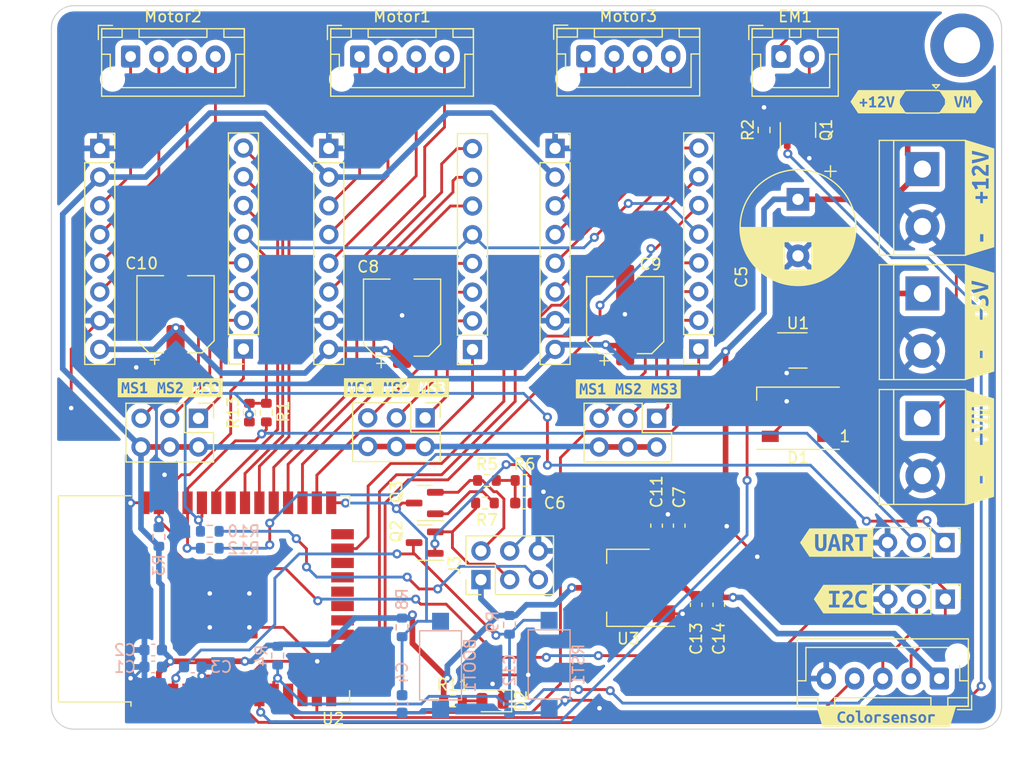
<source format=kicad_pcb>
(kicad_pcb (version 20211014) (generator pcbnew)
  (layers (0 "F.Cu" signal) (31 "B.Cu" signal) (34 "B.Paste" user) (35 "F.Paste" user) (36 "B.SilkS" user "B.Silkscreen") (37 "F.SilkS" user "F.Silkscreen") (38 "B.Mask" user) (39 "F.Mask" user) (44 "Edge.Cuts" user))
  (net 0 "")
  (net 1 "+5V")
  (net 2 "GND")
  (net 3 "+12V")
  (net 4 "/IO0")
  (net 5 "+3V3")
  (net 6 "/EN")
  (net 7 "Net-(C6-Pad2)")
  (net 9 "Net-(D1-Pad4)")
  (net 10 "Net-(D2-Pad2)")
  (net 11 "Net-(EM1-Pad2)")
  (net 12 "/UART_RX")
  (net 13 "/UART_TX")
  (net 14 "/SDA")
  (net 15 "/SCL")
  (net 16 "/DTR")
  (net 17 "/RTS")
  (net 18 "Net-(J3-Pad4)")
  (net 19 "Net-(J3-Pad5)")
  (net 20 "Net-(Motor1-Pad1)")
  (net 21 "Net-(Motor1-Pad2)")
  (net 22 "Net-(Motor1-Pad3)")
  (net 23 "Net-(Motor1-Pad4)")
  (net 24 "Net-(Motor2-Pad1)")
  (net 25 "Net-(Motor2-Pad2)")
  (net 26 "Net-(Motor2-Pad3)")
  (net 27 "Net-(Motor2-Pad4)")
  (net 28 "Net-(Motor3-Pad1)")
  (net 29 "Net-(Motor3-Pad2)")
  (net 30 "Net-(Motor3-Pad3)")
  (net 31 "Net-(Motor3-Pad4)")
  (net 32 "/EM_SWITCH")
  (net 33 "Net-(Q2-Pad1)")
  (net 34 "Net-(Q3-Pad1)")
  (net 35 "/UART_M")
  (net 36 "/MS1_A")
  (net 37 "/MS2_A")
  (net 38 "/MS3_A")
  (net 39 "/EN1")
  (net 40 "/SLP1")
  (net 41 "/STEP1")
  (net 42 "/DIR1")
  (net 43 "/MS1_B")
  (net 44 "/MS2_B")
  (net 45 "/MS3_B")
  (net 46 "/EN2")
  (net 47 "/SLP2")
  (net 48 "/STEP2")
  (net 49 "/DIR2")
  (net 50 "/MS1_C")
  (net 51 "/MS2_C")
  (net 52 "/MS3_C")
  (net 53 "/EN3")
  (net 54 "/SLP3")
  (net 55 "/STEP3")
  (net 56 "/DIR3")
  (net 58 "/LED_OUT3")
  (net 70 "Net-(+VEM_IN1-Pad1)")
  (net 71 "Net-(EM1-Pad1)")
  (net 72 "/LED")
  (footprint "Resistor_SMD:R_0603_1608Metric" (layer "F.Cu") (at 62.5 91 90)
    (fp_text reference "R13")
    (fp_text value "0")
  )
  (footprint "Connector_PinSocket_2.54mm:PinSocket_1x08_P2.54mm_Vertical" (layer "F.Cu") (at 61.975 85.375 180)
    (fp_text reference "SM2A1" hide)
    (fp_text value "1x8_2.54")
  )
  (footprint "Connector_PinSocket_2.54mm:PinSocket_1x08_P2.54mm_Vertical" (layer "F.Cu") (at 89.525 67.625)
    (fp_text reference "SM3B1" hide)
    (fp_text value "1x8_2.54")
  )
  (footprint "kibuzzard-6488F643" (layer "F.Cu") (at 75.5 88.8)
    (fp_text reference "kibuzzard-6488F643" hide)
    (fp_text value "G***" hide)
  )
  (footprint "Capacitor_SMD:CP_Elec_6.3x7.7" (layer "F.Cu") (at 55.975 82.3 90)
    (fp_text reference "C10")
    (fp_text value "47uF")
  )
  (footprint "Connector_PinHeader_2.54mm:PinHeader_2x03_P2.54mm_Vertical" (layer "F.Cu") (at 98.5 91.5 -90)
    (fp_text reference "SM3" hide)
    (fp_text value "2.54_3x2")
  )
  (footprint "Connector_JST:JST_XH_B5B-XH-AM_1x05_P2.50mm_Vertical" (layer "F.Cu") (at 123.5 114.525 180)
    (fp_text reference "J4" hide)
    (fp_text value "XH_01x05")
  )
  (footprint "Connector_PinSocket_2.54mm:PinSocket_1x08_P2.54mm_Vertical" (layer "F.Cu") (at 82.225 85.425 180)
    (fp_text reference "SM1A1" hide)
    (fp_text value "1x8_2.54")
  )
  (footprint "Resistor_SMD:R_0603_1608Metric" (layer "F.Cu") (at 64 91 90)
    (fp_text reference "R1")
    (fp_text value "0")
  )
  (footprint "RF_Module:ESP32-WROOM-32" (layer "F.Cu") (at 61.48 107.475 90)
    (fp_text reference "U2")
    (fp_text value "ESP32-WROOM-32")
  )
  (footprint "Resistor_SMD:R_0603_1608Metric" (layer "F.Cu") (at 108 66 90)
    (fp_text reference "R2")
    (fp_text value "10k")
  )
  (footprint "Resistor_SMD:R_0603_1608Metric" (layer "F.Cu") (at 83.325 99)
    (fp_text reference "R7")
    (fp_text value "10k")
  )
  (footprint "kibuzzard-6488F5F3" (layer "F.Cu") (at 114.4 102.5)
    (fp_text reference "kibuzzard-6488F5F3" hide)
    (fp_text value "G***" hide)
  )
  (footprint "Capacitor_SMD:C_0603_1608Metric" (layer "F.Cu") (at 102 108 -90)
    (fp_text reference "C13")
    (fp_text value "10uF")
  )
  (footprint "Connector_PinHeader_2.54mm:PinHeader_2x03_P2.54mm_Vertical" (layer "F.Cu") (at 78.04 91.46 -90)
    (fp_text reference "SM1" hide)
    (fp_text value "2.54_3x2")
  )
  (footprint "LED_SMD:LED_WS2812B_PLCC4_5.0x5.0mm_P3.2mm" (layer "F.Cu") (at 111 91.5 180)
    (fp_text reference "D1")
    (fp_text value "WS2812B")
  )
  (footprint "Jumper:SolderJumper-3_P1.3mm_Open_RoundedPad1.0x1.5mm" (layer "F.Cu") (at 122 63.5 180)
    (fp_text reference "JP1" hide)
    (fp_text value "Jumper_3_Open")
  )
  (footprint "Capacitor_SMD:C_0603_1608Metric" (layer "F.Cu") (at 104 108 -90)
    (fp_text reference "C14")
    (fp_text value "1uF")
  )
  (footprint "Connector_PinHeader_2.54mm:PinHeader_2x03_P2.54mm_Vertical" (layer "F.Cu") (at 58 91.5 -90)
    (fp_text reference "SM2" hide)
    (fp_text value "2.54_3x2")
  )
  (footprint "Connector_PinHeader_2.54mm:PinHeader_1x03_P2.54mm_Vertical" (layer "F.Cu") (at 124.025 107.5 -90)
    (fp_text reference "J2" hide)
    (fp_text value "Conn_01x03")
  )
  (footprint "Capacitor_SMD:C_0603_1608Metric" (layer "F.Cu") (at 100.5 101 90)
    (fp_text reference "C7")
    (fp_text value "1uF")
  )
  (footprint "kibuzzard-6488F773" (layer "F.Cu") (at 118.1 63.5)
    (fp_text reference "kibuzzard-6488F773" hide)
    (fp_text value "G***" hide)
  )
  (footprint "Connector_PinHeader_2.54mm:PinHeader_1x03_P2.54mm_Vertical" (layer "F.Cu") (at 124 102.5 -90)
    (fp_text reference "J1" hide)
    (fp_text value "Conn_01x03")
  )
  (footprint "MountingHole:MountingHole_3.2mm_M3_DIN965_Pad_TopBottom" (layer "F.Cu") (at 125.5 58.5)
    (fp_text reference "H1" hide)
    (fp_text value "MountingHole")
  )
  (footprint "LED_SMD:LED_0805_2012Metric" (layer "F.Cu") (at 84 116.5 180)
    (fp_text reference "D2")
    (fp_text value "LED")
  )
  (footprint "Connector_PinSocket_2.54mm:PinSocket_1x08_P2.54mm_Vertical" (layer "F.Cu") (at 69.525 67.625)
    (fp_text reference "SM1B1" hide)
    (fp_text value "1x8_2.54")
  )
  (footprint "kibuzzard-6488F506" (layer "F.Cu") (at 127.1 72 90)
    (fp_text reference "kibuzzard-6488F506" hide)
    (fp_text value "G***" hide)
  )
  (footprint "kibuzzard-6488F643" (layer "F.Cu") (at 96 88.9)
    (fp_text reference "kibuzzard-6488F643" hide)
    (fp_text value "G***" hide)
  )
  (footprint "Resistor_SMD:R_0603_1608Metric" (layer "F.Cu") (at 80.5 116.5)
    (fp_text reference "R11")
    (fp_text value "150R")
  )
  (footprint "Resistor_SMD:R_0603_1608Metric" (layer "F.Cu") (at 86.825 97)
    (fp_text reference "R6")
    (fp_text value "1k")
  )
  (footprint "Package_TO_SOT_SMD:SOT-223-3_TabPin2" (layer "F.Cu") (at 96 106.5 180)
    (fp_text reference "U3")
    (fp_text value "NCP1117-3.3_SOT223")
  )
  (footprint "kibuzzard-6488F768" (layer "F.Cu") (at 125.4 63.5)
    (fp_text reference "kibuzzard-6488F768" hide)
    (fp_text value "G***" hide)
  )
  (footprint "Connector_JST:JST_XH_B4B-XH-AM_1x04_P2.50mm_Vertical" (layer "F.Cu") (at 52 59.5)
    (fp_text reference "Motor2")
    (fp_text value "XH_1x4")
  )
  (footprint "Resistor_SMD:R_0603_1608Metric" (layer "F.Cu") (at 83.5 97)
    (fp_text reference "R5")
    (fp_text value "4.7k")
  )
  (footprint "Connector_PinSocket_2.54mm:PinSocket_1x08_P2.54mm_Vertical" (layer "F.Cu") (at 49.275 67.625)
    (fp_text reference "SM2B1" hide)
    (fp_text value "1x8_2.54")
  )
  (footprint "kibuzzard-6488F56C" (layer "F.Cu") (at 127.1 94.1 90)
    (fp_text reference "kibuzzard-6488F56C" hide)
    (fp_text value "G***" hide)
  )
  (footprint "Connector_PinHeader_2.54mm:PinHeader_2x03_P2.54mm_Vertical" (layer "F.Cu") (at 82.975 105.775 90)
    (fp_text reference "J3")
    (fp_text value "esp32_prog_conn_2x3_2.54")
  )
  (footprint "Package_TO_SOT_SMD:SOT-23" (layer "F.Cu") (at 78 99 180)
    (fp_text reference "Q3")
    (fp_text value "SS8050")
  )
  (footprint "Capacitor_SMD:C_0603_1608Metric" (layer "F.Cu") (at 98.5 101 90)
    (fp_text reference "C11")
    (fp_text value "10uF")
  )
  (footprint "TerminalBlock:TerminalBlock_bornier-2_P5.08mm" (layer "F.Cu") (at 122 80.46 -90)
    (fp_text reference "+5V_IN1" hide)
    (fp_text value "Screw_Terminal_01x02")
  )
  (footprint "Connector_PinSocket_2.54mm:PinSocket_1x08_P2.54mm_Vertical" (layer "F.Cu") (at 102.225 85.375 180)
    (fp_text reference "SM3A1" hide)
    (fp_text value "1x8_2.54")
  )
  (footprint "kibuzzard-6488F604" (layer "F.Cu") (at 115 107.5)
    (fp_text reference "kibuzzard-6488F604" hide)
    (fp_text value "G***" hide)
  )
  (footprint "Connector_JST:JST_XH_B4B-XH-AM_1x04_P2.50mm_Vertical" (layer "F.Cu") (at 92.25 59.475)
    (fp_text reference "Motor3")
    (fp_text value "XH_1x4")
  )
  (footprint "Connector_JST:JST_XH_B4B-XH-AM_1x04_P2.50mm_Vertical" (layer "F.Cu") (at 72.25 59.5)
    (fp_text reference "Motor1")
    (fp_text value "XH_1x4")
  )
  (footprint "Package_TO_SOT_SMD:SOT-23" (layer "F.Cu") (at 78 102.5 180)
    (fp_text reference "Q2")
    (fp_text value "SS8050")
  )
  (footprint "kibuzzard-6488F5C4" (layer "F.Cu") (at 118.8 117.9)
    (fp_text reference "kibuzzard-6488F5C4" hide)
    (fp_text value "G***" hide)
  )
  (footprint "Capacitor_SMD:C_0603_1608Metric" (layer "F.Cu") (at 86.775 99 180)
    (fp_text reference "C6")
    (fp_text value "22uF")
  )
  (footprint "Capacitor_SMD:CP_Elec_6.3x7.7" (layer "F.Cu") (at 95.725 82.375 90)
    (fp_text reference "C9")
    (fp_text value "47uF")
  )
  (footprint "TerminalBlock:TerminalBlock_bornier-2_P5.08mm" (layer "F.Cu") (at 122 69.46 -90)
    (fp_text reference "+12V_IN1" hide)
    (fp_text value "Screw_Terminal_01x02")
  )
  (footprint "Package_TO_SOT_SMD:SOT-23-5" (layer "F.Cu") (at 111 85.5)
    (fp_text reference "U1")
    (fp_text value "SN74LV1T34DBV")
  )
  (footprint "Package_TO_SOT_SMD:SOT-23" (layer "F.Cu") (at 111 66 90)
    (fp_text reference "Q1")
    (fp_text value "Q_NMOS_GSD")
  )
  (footprint "Capacitor_SMD:CP_Elec_6.3x7.7" (layer "F.Cu") (at 76 82.6 90)
    (fp_text reference "C8")
    (fp_text value "47uF")
  )
  (footprint "TerminalBlock:TerminalBlock_bornier-2_P5.08mm" (layer "F.Cu") (at 122 91.5 -90)
    (fp_text reference "+VEM_IN1" hide)
    (fp_text value "Screw_Terminal_01x02")
  )
  (footprint "kibuzzard-6488F556" (layer "F.Cu") (at 127.1 83 90)
    (fp_text reference "kibuzzard-6488F556" hide)
    (fp_text value "G***" hide)
  )
  (footprint "kibuzzard-6488F643" (layer "F.Cu") (at 55.5 88.8)
    (fp_text reference "kibuzzard-6488F643" hide)
    (fp_text value "G***" hide)
  )
  (footprint "Connector_JST:JST_XH_B2B-XH-AM_1x02_P2.50mm_Vertical" (layer "F.Cu") (at 109.5 59.5)
    (fp_text reference "EM1")
    (fp_text value "XH_1x2")
  )
  (footprint "Capacitor_THT:CP_Radial_D10.0mm_P5.00mm" (layer "F.Cu") (at 111 72.132323 -90)
    (fp_text reference "C5")
    (fp_text value "1000uF")
  )
  (footprint "Capacitor_SMD:C_0603_1608Metric" (layer "B.Cu") (at 54 112 180)
    (fp_text reference "C2")
    (fp_text value "1uF")
  )
  (footprint "Resistor_SMD:R_0603_1608Metric" (layer "B.Cu") (at 76 110 -90)
    (fp_text reference "R8")
    (fp_text value "10k")
  )
  (footprint "Capacitor_SMD:C_0603_1608Metric" (layer "B.Cu") (at 54 113.5 180)
    (fp_text reference "C1")
    (fp_text value "22uF")
  )
  (footprint "Resistor_SMD:R_0603_1608Metric" (layer "B.Cu") (at 54.5 102 90)
    (fp_text reference "R3")
    (fp_text value "4.7k")
  )
  (footprint "Capacitor_SMD:C_0603_1608Metric" (layer "B.Cu") (at 75.999999 116.775 90)
    (fp_text reference "C4")
    (fp_text value "DNP(0.1uF)")
  )
  (footprint "Capacitor_SMD:C_0603_1608Metric" (layer "B.Cu") (at 57.5 113.5)
    (fp_text reference "C3")
    (fp_text value "1uF")
  )
  (footprint "Button_Switch_SMD:SW_SPST_CK_RS282G05A3" (layer "B.Cu") (at 88.999999 113.275 90)
    (fp_text reference "RST1")
    (fp_text value "SW_Push")
  )
  (footprint "Resistor_SMD:R_0603_1608Metric" (layer "B.Cu") (at 59 101.5)
    (fp_text reference "R10")
    (fp_text value "0")
  )
  (footprint "Resistor_SMD:R_0603_1608Metric" (layer "B.Cu") (at 59 103 180)
    (fp_text reference "R12")
    (fp_text value "0")
  )
  (footprint "Resistor_SMD:R_0603_1608Metric" (layer "B.Cu") (at 85.499999 109.775 -90)
    (fp_text reference "R9")
    (fp_text value "10k")
  )
  (footprint "Button_Switch_SMD:SW_SPST_CK_RS282G05A3" (layer "B.Cu") (at 79.399999 113.36 90)
    (fp_text reference "BOOT1")
    (fp_text value "SW_Push")
  )
  (footprint "Resistor_SMD:R_0603_1608Metric" (layer "B.Cu") (at 65 112.5 -90)
    (fp_text reference "R4")
    (fp_text value "4.7k")
  )
  (footprint "Capacitor_SMD:C_0603_1608Metric" (layer "B.Cu") (at 85.499999 116.774999 90)
    (fp_text reference "C12")
    (fp_text value "DNP(0.1uF)")
  )
  (gr_line (start 45 117) (end 45 57) (layer "Edge.Cuts") (width 0.1))
  (gr_arc (start 129 117) (mid 128.414214 118.414214) (end 127 119) (layer "Edge.Cuts") (width 0.1))
  (gr_arc (start 45 57) (mid 45.585786 55.585786) (end 47 55) (layer "Edge.Cuts") (width 0.1))
  (gr_arc (start 47 119) (mid 45.585786 118.414214) (end 45 117) (layer "Edge.Cuts") (width 0.1))
  (gr_arc (start 127 55) (mid 128.414214 55.585786) (end 129 57) (layer "Edge.Cuts") (width 0.1))
  (gr_line (start 129 57) (end 129 117) (layer "Edge.Cuts") (width 0.1))
  (gr_line (start 47 55) (end 127 55) (layer "Edge.Cuts") (width 0.1))
  (gr_line (start 127 119) (end 47 119) (layer "Edge.Cuts") (width 0.1))
  (segment (start 116.2275 90.3225) (end 116.2275 80.46) (width 0.5) (layer "F.Cu") (net 1))
  (segment (start 116.2275 80.46) (end 122 80.46) (width 0.5) (layer "F.Cu") (net 1))
  (segment (start 113.45 93.1) (end 116.2275 90.3225) (width 0.5) (layer "F.Cu") (net 1))
  (segment (start 112.1375 84.55) (end 116.2275 80.46) (width 0.5) (layer "F.Cu") (net 1))
  (segment (start 53.825 80.675) (end 51.635 82.865) (width 0.25) (layer "F.Cu") (net 2))
  (segment (start 104 108.775) (end 102 108.775) (width 0.25) (layer "F.Cu") (net 2))
  (segment (start 63.8 113) (end 68.5 113) (width 0.25) (layer "F.Cu") (net 2))
  (segment (start 95.725 82.275) (end 95.7 82.3) (width 0.25) (layer "F.Cu") (net 2))
  (segment (start 109.8625 87.3625) (end 110 87.5) (width 0.25) (layer "F.Cu") (net 2))
  (segment (start 68.69 113.19) (end 68.5 113) (width 0.25) (layer "F.Cu") (net 2))
  (segment (start 53.225 98.975) (end 52.025 98.975) (width 0.25) (layer "F.Cu") (net 2))
  (segment (start 87.55 98.95) (end 88.5 98) (width 0.25) (layer "F.Cu") (net 2))
  (segment (start 102 108.775) (end 101.975 108.8) (width 0.25) (layer "F.Cu") (net 2))
  (segment (start 84.8 114.2) (end 87.15 114.2) (width 0.25) (layer "F.Cu") (net 2))
  (segment (start 100.8 108.8) (end 100.7 108.8) (width 0.25) (layer "F.Cu") (net 2))
  (segment (start 46.75 85.39) (end 46.75 90.6) (width 0.25) (layer "F.Cu") (net 2))
  (segment (start 62.5 114.3) (end 63.8 113) (width 0.25) (layer "F.Cu") (net 2))
  (segment (start 49.275 82.865) (end 46.75 85.39) (width 0.25) (layer "F.Cu") (net 2))
  (segment (start 55.975 80.675) (end 53.825 80.675) (width 0.25) (layer "F.Cu") (net 2))
  (segment (start 68.5 113) (end 65.5 110) (width 0.25) (layer "F.Cu") (net 2))
  (segment (start 53.225 115.725) (end 52 114.5) (width 0.25) (layer "F.Cu") (net 2))
  (segment (start 101.975 108.8) (end 100.8 108.8) (width 0.25) (layer "F.Cu") (net 2))
  (segment (start 92.75 116.45) (end 93.45 117.15) (width 0.25) (layer "F.Cu") (net 2))
  (segment (start 109.8625 86.45) (end 109.8625 87.3625) (width 0.25) (layer "F.Cu") (net 2))
  (segment (start 98.5 100.225) (end 99.275 100.225) (width 0.25) (layer "F.Cu") (net 2))
  (segment (start 108.55 89.9) (end 109.9 89.9) (width 0.25) (layer "F.Cu") (net 2))
  (segment (start 111.95 66.9375) (end 111.95 68.45) (width 0.25) (layer "F.Cu") (net 2))
  (segment (start 111.95 68.45) (end 112 68.5) (width 0.25) (layer "F.Cu") (net 2))
  (segment (start 100.7 108.8) (end 99.15 108.8) (width 0.25) (layer "F.Cu") (net 2))
  (segment (start 53.225 115.975) (end 53.225 115.725) (width 0.25) (layer "F.Cu") (net 2))
  (segment (start 84 115) (end 84.8 114.2) (width 0.25) (layer "F.Cu") (net 2))
  (segment (start 90.4 116.45) (end 92.75 116.45) (width 0.25) (layer "F.Cu") (net 2))
  (segment (start 84.9375 116.5) (end 84.9375 115.9375) (width 0.25) (layer "F.Cu") (net 2))
  (segment (start 70.735 113.19) (end 68.69 113.19) (width 0.25) (layer "F.Cu") (net 2))
  (segment (start 51.635 82.865) (end 49.275 82.865) (width 0.25) (layer "F.Cu") (net 2))
  (segment (start 58.3 114.3) (end 62.5 114.3) (width 0.25) (layer "F.Cu") (net 2))
  (segment (start 65.5 110) (end 62.5 110) (width 0.25) (layer "F.Cu") (net 2))
  (segment (start 84.9375 115.9375) (end 84 115) (width 0.25) (layer "F.Cu") (net 2))
  (segment (start 95.725 79.675) (end 95.725 82.275) (width 0.25) (layer "F.Cu") (net 2))
  (segment (start 104.7 101.05) (end 107.4 103.75) (width 0.25) (layer "F.Cu") (net 2))
  (segment (start 108 65.175) (end 108 64) (width 0.25) (layer "F.Cu") (net 2))
  (segment (start 99.725 100.225) (end 99.5 100) (width 0.25) (layer "F.Cu") (net 2))
  (segment (start 99.275 100.225) (end 99.5 100) (width 0.25) (layer "F.Cu") (net 2))
  (segment (start 109.9 89.9) (end 110 90) (width 0.25) (layer "F.Cu") (net 2))
  (segment (start 52.025 98.975) (end 52 99) (width 0.25) (layer "F.Cu") (net 2))
  (segment (start 76 79.9) (end 76 82.4) (width 0.25) (layer "F.Cu") (net 2))
  (segment (start 87.55 99) (end 87.55 98.95) (width 0.25) (layer "F.Cu") (net 2))
  (segment (start 100.5 100.225) (end 99.725 100.225) (width 0.25) (layer "F.Cu") (net 2))
  (via (at 90.4 116.45) (size 0.8) (drill 0.4) (layers "F.Cu" "B.Cu") (net 2))
  (via (at 59 107) (size 0.8) (drill 0.4) (layers "F.Cu" "B.Cu") (net 2))
  (via (at 68.5 113) (size 0.8) (drill 0.4) (layers "F.Cu" "B.Cu") (net 2))
  (via (at 87.15 114.2) (size 0.8) (drill 0.4) (layers "F.Cu" "B.Cu") (net 2))
  (via (at 58.3 114.3) (size 0.8) (drill 0.4) (layers "F.Cu" "B.Cu") (net 2))
  (via (at 95.7 82.3) (size 0.8) (drill 0.4) (layers "F.Cu" "B.Cu") (net 2))
  (via (at 93.45 117.15) (size 0.8) (drill 0.4) (layers "F.Cu" "B.Cu") (net 2))
  (via (at 52 99) (size 0.8) (drill 0.4) (layers "F.Cu" "B.Cu") (net 2))
  (via (at 99.5 100) (size 0.8) (drill 0.4) (layers "F.Cu" "B.Cu") (net 2))
  (via (at 62.5 107) (size 0.8) (drill 0.4) (layers "F.Cu" "B.Cu") (net 2))
  (via (at 55 96.5) (size 0.8) (drill 0.4) (layers "F.Cu" "B.Cu") (net 2))
  (via (at 84 115) (size 0.8) (drill 0.4) (layers "F.Cu" "B.Cu") (net 2))
  (via (at 46.75 90.6) (size 0.8) (drill 0.4) (layers "F.Cu" "B.Cu") (net 2))
  (via (at 110 90) (size 0.8) (drill 0.4) (layers "F.Cu" "B.Cu") (net 2))
  (via (at 88.5 98) (size 0.8) (drill 0.4) (layers "F.Cu" "B.Cu") (net 2))
  (via (at 62.5 110) (size 0.8) (drill 0.4) (layers "F.Cu" "B.Cu") (net 2))
  (via (at 108 64) (size 0.8) (drill 0.4) (layers "F.Cu" "B.Cu") (net 2))
  (via (at 110 87.5) (size 0.8) (drill 0.4) (layers "F.Cu" "B.Cu") (net 2))
  (via (at 76 82.4) (size 0.8) (drill 0.4) (layers "F.Cu" "B.Cu") (net 2))
  (via (at 52 114.5) (size 0.8) (drill 0.4) (layers "F.Cu" "B.Cu") (net 2))
  (via (at 112 68.5) (size 0.8) (drill 0.4) (layers "F.Cu" "B.Cu") (net 2))
  (via (at 52.5 87) (size 0.8) (drill 0.4) (layers "F.Cu" "B.Cu") (net 2))
  (via (at 59 110) (size 0.8) (drill 0.4) (layers "F.Cu" "B.Cu") (net 2))
  (via (at 107.4 103.75) (size 0.8) (drill 0.4) (layers "F.Cu" "B.Cu") (net 2))
  (via (at 104.7 101.05) (size 0.8) (drill 0.4) (layers "F.Cu" "B.Cu") (net 2))
  (via (at 100.8 108.8) (size 0.8) (drill 0.4) (layers "F.Cu" "B.Cu") (net 2))
  (segment (start 89.675 117.175) (end 90.4 116.45) (width 0.25) (layer "B.Cu") (net 2))
  (segment (start 53 87) (end 52.5 87) (width 0.25) (layer "B.Cu") (net 2))
  (segment (start 54.285489 88.285489) (end 53.5 87.5) (width 0.25) (layer "B.Cu") (net 2))
  (segment (start 55 96.5) (end 54.285489 95.785489) (width 0.25) (layer "B.Cu") (net 2))
  (segment (start 75.999999 117.55) (end 77.5 117.55) (width 0.25) (layer "B.Cu") (net 2))
  (segment (start 77.79 117.26) (end 79.399999 117.26) (width 0.25) (layer "B.Cu") (net 2))
  (segment (start 54.285489 95.785489) (end 54.285489 88.285489) (width 0.25) (layer "B.Cu") (net 2))
  (segment (start 53.225 113.5) (end 53.225 112) (width 0.25) (layer "B.Cu") (net 2))
  (segment (start 53.5 87.5) (end 53 87) (width 0.25) (layer "B.Cu") (net 2))
  (segment (start 88.625 117.549999) (end 88.999999 117.175) (width 0.25) (layer "B.Cu") (net 2))
  (segment (start 52 114.5) (end 52.225 114.5) (width 0.25) (layer "B.Cu") (net 2))
  (segment (start 85.499999 117.549999) (end 88.625 117.549999) (width 0.25) (layer "B.Cu") (net 2))
  (segment (start 88.999999 117.175) (end 89.675 117.175) (width 0.25) (layer "B.Cu") (net 2))
  (segment (start 77.5 117.55) (end 77.79 117.26) (width 0.25) (layer "B.Cu") (net 2))
  (segment (start 58.275 114.275) (end 58.3 114.3) (width 0.25) (layer "B.Cu") (net 2))
  (segment (start 52.225 114.5) (end 53.225 113.5) (width 0.25) (layer "B.Cu") (net 2))
  (segment (start 58.275 113.5) (end 58.275 114.275) (width 0.25) (layer "B.Cu") (net 2))
  (segment (start 120.7 68.16) (end 120.7 63.5) (width 0.5) (layer "F.Cu") (net 3))
  (segment (start 94.075 85.075) (end 94 85) (width 0.5) (layer "F.Cu") (net 3))
  (segment (start 98.5 101.775) (end 99.275 101.775) (width 0.5) (layer "F.Cu") (net 3))
  (segment (start 55.975 86.075) (end 55.975 83.525) (width 0.5) (layer "F.Cu") (net 3))
  (segment (start 76 85.7) (end 74.7 85.7) (width 0.5) (layer "F.Cu") (net 3))
  (segment (start 122 69.46) (end 120.7 68.16) (width 0.5) (layer "F.Cu") (net 3))
  (segment (start 119.327677 72.132323) (end 122 69.46) (width 0.5) (layer "F.Cu") (net 3))
  (segment (start 74.7 85.7) (end 74.5 85.5) (width 0.5) (layer "F.Cu") (net 3))
  (segment (start 99.15 101.9) (end 99.275 101.775) (width 0.5) (layer "F.Cu") (net 3))
  (segment (start 99.275 101.775) (end 100.5 101.775) (width 0.5) (layer "F.Cu") (net 3))
  (segment (start 111 72.132323) (end 119.327677 72.132323) (width 0.5) (layer "F.Cu") (net 3))
  (segment (start 100.5 101.775) (end 104.599511 97.675489) (width 0.5) (layer "F.Cu") (net 3))
  (segment (start 95.725 85.075) (end 94.075 85.075) (width 0.5) (layer "F.Cu") (net 3))
  (segment (start 104.599511 97.675489) (end 104.599511 85.599511) (width 0.5) (layer "F.Cu") (net 3))
  (segment (start 55.975 83.525) (end 56 83.5) (width 0.5) (layer "F.Cu") (net 3))
  (segment (start 99.15 104.2) (end 99.15 101.9) (width 0.5) (layer "F.Cu") (net 3))
  (via (at 56 83.5) (size 0.8) (drill 0.4) (layers "F.Cu" "B.Cu") (net 3))
  (via (at 104.599511 85.599511) (size 0.8) (drill 0.4) (layers "F.Cu" "B.Cu") (net 3))
  (via (at 94 85) (size 0.8) (drill 0.4) (layers "F.Cu" "B.Cu") (net 3))
  (via (at 74.5 85.5) (size 0.8) (drill 0.4) (layers "F.Cu" "B.Cu") (net 3))
  (segment (start 103.199022 87) (end 104.599511 85.599511) (width 0.5) (layer "B.Cu") (net 3))
  (segment (start 60 87.5) (end 67.43 87.5) (width 0.5) (layer "B.Cu") (net 3))
  (segment (start 94 85) (end 96 87) (width 0.5) (layer "B.Cu") (net 3))
  (segment (start 108 73) (end 108.867677 72.132323) (width 0.5) (layer "B.Cu") (net 3))
  (segment (start 104.599511 85.599511) (end 108 82.199022) (width 0.5) (layer "B.Cu") (net 3))
  (segment (start 74.5 85.5) (end 77 88) (width 0.5) (layer "B.Cu") (net 3))
  (segment (start 108 82.199022) (end 108 73) (width 0.5) (layer "B.Cu") (net 3))
  (segment (start 77 88) (end 86.93 88) (width 0.5) (layer "B.Cu") (net 3))
  (segment (start 89.93 85) (end 89.525 85.405) (width 0.5) (layer "B.Cu") (net 3))
  (segment (start 96 87) (end 103.199022 87) (width 0.5) (layer "B.Cu") (net 3))
  (segment (start 108.867677 72.132323) (end 111 72.132323) (width 0.5) (layer "B.Cu") (net 3))
  (segment (start 74.405 85.405) (end 69.525 85.405) (width 0.5) (layer "B.Cu") (net 3))
  (segment (start 54.095 85.405) (end 56 83.5) (width 0.5) (layer "B.Cu") (net 3))
  (segment (start 67.43 87.5) (end 69.525 85.405) (width 0.5) (layer "B.Cu") (net 3))
  (segment (start 74.5 85.5) (end 74.405 85.405) (width 0.5) (layer "B.Cu") (net 3))
  (segment (start 49.275 85.405) (end 54.095 85.405) (width 0.5) (layer "B.Cu") (net 3))
  (segment (start 94 85) (end 89.93 85) (width 0.5) (layer "B.Cu") (net 3))
  (segment (start 86.93 88) (end 89.525 85.405) (width 0.5) (layer "B.Cu") (net 3))
  (segment (start 56 83.5) (end 60 87.5) (width 0.5) (layer "B.Cu") (net 3))
  (segment (start 70.975 98.975) (end 71 99) (width 0.25) (layer "F.Cu") (net 4))
  (segment (start 76 99) (end 75.5 99.5) (width 0.25) (layer "F.Cu") (net 4))
  (segment (start 77.0625 99) (end 76 99) (width 0.25) (layer "F.Cu") (net 4))
  (segment (start 69.735 98.975) (end 70.975 98.975) (width 0.25) (layer "F.Cu") (net 4))
  (via (at 75.5 99.5) (size 0.8) (drill 0.4) (layers "F.Cu" "B.Cu") (net 4))
  (via (at 71 99) (size 0.8) (drill 0.4) (layers "F.Cu" "B.Cu") (net 4))
  (segment (start 78.16 102.16) (end 75.5 99.5) (width 0.25) (layer "B.Cu") (net 4))
  (segment (start 76 110.825) (end 77.365 109.46) (width 0.25) (layer "B.Cu") (net 4))
  (segment (start 78.16 109.46) (end 78.16 102.16) (width 0.25) (layer "B.Cu") (net 4))
  (segment (start 78.16 109.46) (end 79.399999 109.46) (width 0.25) (layer "B.Cu") (net 4))
  (segment (start 71 99) (end 75 99) (width 0.25) (layer "B.Cu") (net 4))
  (segment (start 75.999999 116) (end 76 110.825) (width 0.25) (layer "B.Cu") (net 4))
  (segment (start 75 99) (end 75.5 99.5) (width 0.25) (layer "B.Cu") (net 4))
  (segment (start 77.365 109.46) (end 78.16 109.46) (width 0.25) (layer "B.Cu") (net 4))
  (segment (start 98.5 94.04) (end 93.42 94.04) (width 0.5) (layer "F.Cu") (net 5))
  (segment (start 76.914669 111.414669) (end 80 114.5) (width 0.5) (layer "F.Cu") (net 5))
  (segment (start 104 107.225) (end 102 107.225) (width 0.5) (layer "F.Cu") (net 5))
  (segment (start 101.725 107.225) (end 101 106.5) (width 0.5) (layer "F.Cu") (net 5))
  (segment (start 104.125 107.35) (end 104 107.225) (width 0.5) (layer "F.Cu") (net 5))
  (segment (start 79.675 114.825) (end 80 114.5) (width 0.5) (layer "F.Cu") (net 5))
  (segment (start 101 106.5) (end 99.15 106.5) (width 0.5) (layer "F.Cu") (net 5))
  (segment (start 54.495 115.975) (end 54.495 114.005) (width 0.5) (layer "F.Cu") (net 5))
  (segment (start 76.914669 108.892459) (end 76.914669 111.414669) (width 0.5) (layer "F.Cu") (net 5))
  (segment (start 91 106.5) (end 92.85 106.5) (width 0.5) (layer "F.Cu") (net 5))
  (segment (start 54.495 114.005) (end 55.5 113) (width 0.5) (layer "F.Cu") (net 5))
  (segment (start 58 94.04) (end 52.92 94.04) (width 0.5) (layer "F.Cu") (net 5))
  (segment (start 55.5 113) (end 62.1 113) (width 0.5) (layer "F.Cu") (net 5))
  (segment (start 99.15 106.5) (end 92.85 106.5) (width 0.5) (layer "F.Cu") (net 5))
  (segment (start 105.25 107.35) (end 104.125 107.35) (width 0.5) (layer "F.Cu") (net 5))
  (segment (start 102 107.225) (end 101.725 107.225) (width 0.5) (layer "F.Cu") (net 5))
  (segment (start 79.675 116.5) (end 79.675 114.825) (width 0.5) (layer "F.Cu") (net 5))
  (segment (start 72.96 94) (end 78.04 94) (width 0.5) (layer "F.Cu") (net 5))
  (via (at 105.25 107.35) (size 0.8) (drill 0.4) (layers "F.Cu" "B.Cu") (net 5))
  (via (at 55.5 113) (size 0.8) (drill 0.4) (layers "F.Cu" "B.Cu") (net 5))
  (via (at 91 106.5) (size 0.8) (drill 0.4) (layers "F.Cu" "B.Cu") (net 5))
  (via (at 76.914669 108.892459) (size 0.8) (drill 0.4) (layers "F.Cu" "B.Cu") (net 5))
  (via (at 62.1 113) (size 0.8) (drill 0.4) (layers "F.Cu" "B.Cu") (net 5))
  (via (at 80 114.5) (size 0.8) (drill 0.4) (layers "F.Cu" "B.Cu") (net 5))
  (segment (start 54.775 112) (end 54.775 106.275) (width 0.5) (layer "B.Cu") (net 5))
  (segment (start 55.275 113) (end 54.775 113.5) (width 0.5) (layer "B.Cu") (net 5))
  (segment (start 109.2 110.55) (end 106 107.35) (width 0.5) (layer "B.Cu") (net 5))
  (segment (start 53.335 70.165) (end 59 64.5) (width 0.5) (layer "B.Cu") (net 5))
  (segment (start 62.1 113) (end 62.7 113) (width 0.5) (layer "B.Cu") (net 5))
  (segment (start 76 109.175) (end 71.825 109.175) (width 0.5) (layer "B.Cu") (net 5))
  (segment (start 89.5 108) (end 91 106.5) (width 0.5) (layer "B.Cu") (net 5))
  (segment (start 71.825 109.175) (end 69.5 111.5) (width 0.5) (layer "B.Cu") (net 5))
  (segment (start 119.525 110.55) (end 109.2 110.55) (width 0.5) (layer "B.Cu") (net 5))
  (segment (start 106 107.35) (end 105.25 107.35) (width 0.5) (layer "B.Cu") (net 5))
  (segment (start 58 94.04) (end 72.92 94.04) (width 0.5) (layer "B.Cu") (net 5))
  (segment (start 64.1 111.6) (end 64.925 111.6) (width 0.5) (layer "B.Cu") (net 5))
  (segment (start 55.5 113) (end 55.275 113) (width 0.5) (layer "B.Cu") (net 5))
  (segment (start 83.86 64.5) (end 89.525 70.165) (width 0.5) (layer "B.Cu") (net 5))
  (segment (start 86.05 108.95) (end 87 108) (width 0.5) (layer "B.Cu") (net 5))
  (segment (start 54.775 106.275) (end 54.5 106) (width 0.5) (layer "B.Cu") (net 5))
  (segment (start 69.5 111.5) (end 65.175 111.5) (width 0.5) (layer "B.Cu") (net 5))
  (segment (start 49.275 70.165) (end 53.335 70.165) (width 0.5) (layer "B.Cu") (net 5))
  (segment (start 52.92 101.245) (end 52.92 94.04) (width 0.5) (layer "B.Cu") (net 5))
  (segment (start 72.92 94.04) (end 72.96 94) (width 0.5) (layer "B.Cu") (net 5))
  (segment (start 65.175 111.5) (end 65 111.675) (width 0.5) (layer "B.Cu") (net 5))
  (segment (start 63.86 64.5) (end 69.525 70.165) (width 0.5) (layer "B.Cu") (net 5))
  (segment (start 84.45 108.95) (end 80 113.4) (width 0.5) (layer "B.Cu") (net 5))
  (segment (start 49.275 70.165) (end 46 73.44) (width 0.5) (layer "B.Cu") (net 5))
  (segment (start 55.5 113) (end 55.5 112.725) (width 0.5) (layer "B.Cu") (net 5))
  (segment (start 87 108) (end 89.5 108) (width 0.5) (layer "B.Cu") (net 5))
  (segment (start 80 113.4) (end 80 114.5) (width 0.5) (layer "B.Cu") (net 5))
  (segment (start 82.975 105.775) (end 82.975 107.475) (width 0.5) (layer "B.Cu") (net 5))
  (segment (start 64.925 111.6) (end 65 111.675) (width 0.5) (layer "B.Cu") (net 5))
  (segment (start 46 73.44) (end 46 87.12) (width 0.5) (layer "B.Cu") (net 5))
  (segment (start 76.632128 109.175) (end 76.914669 108.892459) (width 0.5) (layer "B.Cu") (net 5))
  (segment (start 93.38 94) (end 93.42 94.04) (width 0.5) (layer "B.Cu") (net 5))
  (segment (start 123.5 114.525) (end 119.525 110.55) (width 0.5) (layer "B.Cu") (net 5))
  (segment (start 59 64.5) (end 63.86 64.5) (width 0.5) (layer "B.Cu") (net 5))
  (segment (start 82.975 107.475) (end 84.45 108.95) (width 0.5) (layer "B.Cu") (net 5))
  (segment (start 84.45 108.95) (end 85.499999 108.95) (width 0.5) (layer "B.Cu") (net 5))
  (segment (start 62.7 113) (end 64.1 111.6) (width 0.5) (layer "B.Cu") (net 5))
  (segment (start 55.5 112.725) (end 54.775 112) (width 0.5) (layer "B.Cu") (net 5))
  (segment (start 54.5 102.825) (end 52.92 101.245) (width 0.5) (layer "B.Cu") (net 5))
  (segment (start 46 87.12) (end 52.92 94.04) (width 0.5) (layer "B.Cu") (net 5))
  (segment (start 74.335 70.165) (end 80 64.5) (width 0.5) (layer "B.Cu") (net 5))
  (segment (start 69.525 70.165) (end 74.335 70.165) (width 0.5) (layer "B.Cu") (net 5))
  (segment (start 85.499999 108.95) (end 86.05 108.95) (width 0.5) (layer "B.Cu") (net 5))
  (segment (start 80 64.5) (end 83.86 64.5) (width 0.5) (layer "B.Cu") (net 5))
  (segment (start 78.04 94) (end 93.38 94) (width 0.5) (layer "B.Cu") (net 5))
  (segment (start 76 109.175) (end 76.632128 109.175) (width 0.5) (layer "B.Cu") (net 5))
  (segment (start 54.5 106) (end 54.5 102.825) (width 0.5) (layer "B.Cu") (net 5))
  (segment (start 75.55 103.5) (end 77 103.5) (width 0.25) (layer "F.Cu") (net 6))
  (segment (start 84.3 110.7) (end 77.1 103.5) (width 0.25) (layer "F.Cu") (net 6))
  (segment (start 55.765 115.975) (end 55.765 114.735) (width 0.25) (layer "F.Cu") (net 6))
  (segment (start 77 102.5625) (end 77.0625 102.5) (width 0.25) (layer "F.Cu") (net 6))
  (segment (start 77 103.5) (end 77 102.5625) (width 0.25) (layer "F.Cu") (net 6))
  (segment (start 55.765 114.735) (end 56 114.5) (width 0.25) (layer "F.Cu") (net 6))
  (segment (start 77.1 103.5) (end 77 103.5) (width 0.25) (layer "F.Cu") (net 6))
  (via (at 75.55 103.5) (size 0.8) (drill 0.4) (layers "F.Cu" "B.Cu") (net 6))
  (via (at 56 114.5) (size 0.8) (drill 0.4) (layers "F.Cu" "B.Cu") (net 6))
  (via (at 84.3 110.7) (size 0.8) (drill 0.4) (layers "F.Cu" "B.Cu") (net 6))
  (segment (start 86.724999 109.375) (end 88.999999 109.375) (width 0.25) (layer "B.Cu") (net 6))
  (segment (start 84.4 110.6) (end 84.3 110.7) (width 0.25) (layer "B.Cu") (net 6))
  (segment (start 75.25 103.5) (end 75.55 103.5) (width 0.25) (layer "B.Cu") (net 6))
  (segment (start 71 103.5) (end 75.25 103.5) (width 0.25) (layer "B.Cu") (net 6))
  (segment (start 56 114.5) (end 56 114.225) (width 0.25) (layer "B.Cu") (net 6))
  (segment (start 71 103.5) (end 66.9 103.5) (width 0.25) (layer "B.Cu") (net 6))
  (segment (start 85.499999 110.6) (end 85.499999 115.999999) (width 0.25) (layer "B.Cu") (net 6))
  (segment (start 85.499999 110.6) (end 86.724999 109.375) (width 0.25) (layer "B.Cu") (net 6))
  (segment (start 58.225 112) (end 62.5 112) (width 0.25) (layer "B.Cu") (net 6))
  (segment (start 62.5 112) (end 64.75 109.75) (width 0.25) (layer "B.Cu") (net 6))
  (segment (start 66.9 103.5) (end 64.75 105.65) (width 0.25) (layer "B.Cu") (net 6))
  (segment (start 56 114.225) (end 56.725 113.5) (width 0.25) (layer "B.Cu") (net 6))
  (segment (start 64.75 105.65) (end 64.75 109.75) (width 0.25) (layer "B.Cu") (net 6))
  (segment (start 56.725 113.5) (end 58.225 112) (width 0.25) (layer "B.Cu") (net 6))
  (segment (start 85.499999 110.6) (end 84.4 110.6) (width 0.25) (layer "B.Cu") (net 6))
  (segment (start 86 99) (end 86 97) (width 0.25) (layer "F.Cu") (net 7))
  (segment (start 86 97) (end 84.325 97) (width 0.25) (layer "F.Cu") (net 7))
  (segment (start 108.55 93.1) (end 112.1375 89.5125) (width 0.25) (layer "F.Cu") (net 9))
  (segment (start 112.1375 89.5125) (end 112.1375 86.45) (width 0.25) (layer "F.Cu") (net 9))
  (segment (start 83.0625 116.5) (end 81.325 116.5) (width 0.25) (layer "F.Cu") (net 10))
  (segment (start 112 64.0625) (end 112 59.5) (width 0.25) (layer "F.Cu") (net 11))
  (segment (start 111 65.0625) (end 112 64.0625) (width 0.25) (layer "F.Cu") (net 11))
  (segment (start 122.35 100.6) (end 122.4 100.55) (width 0.25) (layer "F.Cu") (net 12))
  (segment (start 58.305 100.195) (end 58 100.5) (width 0.25) (layer "F.Cu") (net 12))
  (segment (start 117.05 100.6) (end 122.35 100.6) (width 0.25) (layer "F.Cu") (net 12))
  (segment (start 62.5 91.825) (end 62.5 91.1745) (width 0.25) (layer "F.Cu") (net 12))
  (segment (start 58.305 98.975) (end 58.305 100.195) (width 0.25) (layer "F.Cu") (net 12))
  (segment (start 88.85 95.65) (end 88.85 91.4) (width 0.25) (layer "F.Cu") (net 12))
  (via (at 88.85 91.4) (size 0.8) (drill 0.4) (layers "F.Cu" "B.Cu") (net 12))
  (via (at 62.5 91.1745) (size 0.8) (drill 0.4) (layers "F.Cu" "B.Cu") (net 12))
  (via (at 58 100.5) (size 0.8) (drill 0.4) (layers "F.Cu" "B.Cu") (net 12))
  (via (at 88.85 95.65) (size 0.8) (drill 0.4) (layers "F.Cu" "B.Cu") (net 12))
  (via (at 117.05 100.6) (size 0.8) (drill 0.4) (layers "F.Cu" "B.Cu") (net 12))
  (via (at 122.4 100.55) (size 0.8) (drill 0.4) (layers "F.Cu" "B.Cu") (net 12))
  (segment (start 56.825489 99.325489) (end 58 100.5) (width 0.25) (layer "B.Cu") (net 12))
  (segment (start 62.5 90.6) (end 61.2 89.3) (width 0.25) (layer "B.Cu") (net 12))
  (segment (start 88.85 91.4) (end 86.75 89.3) (width 0.25) (layer "B.Cu") (net 12))
  (segment (start 56.825489 90.325489) (end 56.825489 99.325489) (width 0.25) (layer "B.Cu") (net 12))
  (segment (start 112.1 95.65) (end 117.05 100.6) (width 0.25) (layer "B.Cu") (net 12))
  (segment (start 109.2 95.65) (end 112.1 95.65) (width 0.25) (layer "B.Cu") (net 12))
  (segment (start 122.4 100.55) (end 122.4 100.9) (width 0.25) (layer "B.Cu") (net 12))
  (segment (start 61.2 89.3) (end 57.850978 89.3) (width 0.25) (layer "B.Cu") (net 12))
  (segment (start 58.175 100.675) (end 58 100.5) (width 0.25) (layer "B.Cu") (net 12))
  (segment (start 109.2 95.65) (end 88.85 95.65) (width 0.25) (layer "B.Cu") (net 12))
  (segment (start 62.5 91.1745) (end 62.5 90.6) (width 0.25) (layer "B.Cu") (net 12))
  (segment (start 57.850978 89.3) (end 56.825489 90.325489) (width 0.25) (layer "B.Cu") (net 12))
  (segment (start 122.4 100.9) (end 124 102.5) (width 0.25) (layer "B.Cu") (net 12))
  (segment (start 58.175 101.5) (end 58.175 100.675) (width 0.25) (layer "B.Cu") (net 12))
  (segment (start 86.75 89.3) (end 61.2 89.3) (width 0.25) (layer "B.Cu") (net 12))
  (segment (start 57.035 98.975) (end 57.035 97.725) (width 0.25) (layer "F.Cu") (net 13))
  (segment (start 63.6 92.9) (end 64 92.5) (width 0.25) (layer "F.Cu") (net 13))
  (segment (start 57.035 102.965) (end 57 103) (width 0.25) (layer "F.Cu") (net 13))
  (segment (start 57.035 97.725) (end 61.26 93.5) (width 0.25) (layer "F.Cu") (net 13))
  (segment (start 63 93.5) (end 63.6 92.9) (width 0.25) (layer "F.Cu") (net 13))
  (segment (start 64 92.5) (end 64 91.825) (width 0.25) (layer "F.Cu") (net 13))
  (segment (start 57.035 98.975) (end 57.035 102.965) (width 0.25) (layer "F.Cu") (net 13))
  (segment (start 63.6 92.9) (end 63.587701 92.887701) (width 0.25) (layer "F.Cu") (net 13))
  (segment (start 61.26 93.5) (end 63 93.5) (width 0.25) (layer "F.Cu") (net 13))
  (via (at 57 103) (size 0.8) (drill 0.4) (layers "F.Cu" "B.Cu") (net 13))
  (via (at 63.587701 92.887701) (size 0.8) (drill 0.4) (layers "F.Cu" "B.Cu") (net 13))
  (segment (start 57 103) (end 58.175 103) (width 0.25) (layer "B.Cu") (net 13))
  (segment (start 111.785489 92.825489) (end 121.46 102.5) (width 0.25) (layer "B.Cu") (net 13))
  (segment (start 63.649913 92.825489) (end 111.785489 92.825489) (width 0.25) (layer "B.Cu") (net 13))
  (segment (start 63.587701 92.887701) (end 63.649913 92.825489) (width 0.25) (layer "B.Cu") (net 13))
  (segment (start 54.5 100.5) (end 55.9 101.9) (width 0.25) (layer "F.Cu") (net 14))
  (segment (start 116.2 105.35) (end 122.7 105.35) (width 0.25) (layer "F.Cu") (net 14))
  (segment (start 124.025 107.5) (end 124.025 109.475) (width 0.25) (layer "F.Cu") (net 14))
  (segment (start 58.6 104.8) (end 65.7 104.8) (width 0.25) (layer "F.Cu") (net 14))
  (segment (start 65.7 104.8) (end 68.55 107.65) (width 0.25) (layer "F.Cu") (net 14))
  (segment (start 121 112.5) (end 121 114.525) (width 0.25) (layer "F.Cu") (net 14))
  (segment (start 54.5 98.98) (end 54.495 98.975) (width 0.25) (layer "F.Cu") (net 14))
  (segment (start 54.5 100.5) (end 54.5 98.98) (width 0.25) (layer "F.Cu") (net 14))
  (segment (start 109.05 112.5) (end 116.2 105.35) (width 0.25) (layer "F.Cu") (net 14))
  (segment (start 77.65 107.95) (end 79.9 107.95) (width 0.25) (layer "F.Cu") (net 14))
  (segment (start 55.9 101.9) (end 55.9 103.25) (width 0.25) (layer "F.Cu") (net 14))
  (segment (start 77.2 107.5) (end 77.65 107.95) (width 0.25) (layer "F.Cu") (net 14))
  (segment (start 93.35 112.5) (end 109.05 112.5) (width 0.25) (layer "F.Cu") (net 14))
  (segment (start 122.7 105.35) (end 124.025 106.675) (width 0.25) (layer "F.Cu") (net 14))
  (segment (start 124.025 106.675) (end 124.025 107.5) (width 0.25) (layer "F.Cu") (net 14))
  (segment (start 124.025 109.475) (end 121 112.5) (width 0.25) (layer "F.Cu") (net 14))
  (segment (start 57.45 104.8) (end 58.6 104.8) (width 0.25) (layer "F.Cu") (net 14))
  (segment (start 84.6 112.65) (end 88.75 112.65) (width 0.25) (layer "F.Cu") (net 14))
  (segment (start 79.9 107.95) (end 84.6 112.65) (width 0.25) (layer "F.Cu") (net 14))
  (segment (start 55.9 103.25) (end 57.45 104.8) (width 0.25) (layer "F.Cu") (net 14))
  (via (at 77.2 107.5) (size 0.8) (drill 0.4) (layers "F.Cu" "B.Cu") (net 14))
  (via (at 93.35 112.5) (size 0.8) (drill 0.4) (layers "F.Cu" "B.Cu") (net 14))
  (via (at 88.75 112.65) (size 0.8) (drill 0.4) (layers "F.Cu" "B.Cu") (net 14))
  (via (at 68.55 107.65) (size 0.8) (drill 0.4) (layers "F.Cu" "B.Cu") (net 14))
  (via (at 54.5 100.5) (size 0.8) (drill 0.4) (layers "F.Cu" "B.Cu") (net 14))
  (segment (start 54.5 101.175) (end 54.5 100.5) (width 0.25) (layer "B.Cu") (net 14))
  (segment (start 68.55 107.65) (end 68.7 107.5) (width 0.25) (layer "B.Cu") (net 14))
  (segment (start 68.7 107.5) (end 77.2 107.5) (width 0.25) (layer "B.Cu") (net 14))
  (segment (start 88.9 112.5) (end 93.35 112.5) (width 0.25) (layer "B.Cu") (net 14))
  (segment (start 88.75 112.65) (end 88.9 112.5) (width 0.25) (layer "B.Cu") (net 14))
  (segment (start 118.5 114.525) (end 118.5 113) (width 0.25) (layer "F.Cu") (net 15))
  (segment (start 121.485 110.015) (end 121.485 107.5) (width 0.25) (layer "F.Cu") (net 15))
  (segment (start 94.3 115.5) (end 94.4 115.6) (width 0.25) (layer "F.Cu") (net 15))
  (segment (start 91.6 115.5) (end 94.3 115.5) (width 0.25) (layer "F.Cu") (net 15))
  (segment (start 64.655 114.845) (end 65 114.5) (width 0.25) (layer "F.Cu") (net 15))
  (segment (start 118.5 113) (end 121.485 110.015) (width 0.25) (layer "F.Cu") (net 15))
  (segment (start 64.655 115.975) (end 64.655 114.845) (width 0.25) (layer "F.Cu") (net 15))
  (via (at 91.6 115.5) (size 0.8) (drill 0.4) (layers "F.Cu" "B.Cu") (net 15))
  (via (at 94.4 115.6) (size 0.8) (drill 0.4) (layers "F.Cu" "B.Cu") (net 15))
  (via (at 65 114.5) (size 0.8) (drill 0.4) (layers "F.Cu" "B.Cu") (net 15))
  (segment (start 65 114.5) (end 65 113.325) (width 0.25) (layer "B.Cu") (net 15))
  (segment (start 77.700968 116.77548) (end 78.376448 116.1) (width 0.25) (layer "B.Cu") (net 15))
  (segment (start 116.4 116.625) (end 118.5 114.525) (width 0.25) (layer "B.Cu") (net 15))
  (segment (start 84.347862 116.1) (end 85.022381 116.774519) (width 0.25) (layer "B.Cu") (net 15))
  (segment (start 85.022381 116.774519) (end 87.251458 116.774519) (width 0.25) (layer "B.Cu") (net 15))
  (segment (start 67.27548 116.77548) (end 77.700968 116.77548) (width 0.25) (layer "B.Cu") (net 15))
  (segment (start 116.4 116.7) (end 116.4 116.625) (width 0.25) (layer "B.Cu") (net 15))
  (segment (start 95.5 116.7) (end 116.4 116.7) (width 0.25) (layer "B.Cu") (net 15))
  (segment (start 87.251458 116.774519) (end 88.525977 115.5) (width 0.25) (layer "B.Cu") (net 15))
  (segment (start 65 114.5) (end 67.27548 116.77548) (width 0.25) (layer "B.Cu") (net 15))
  (segment (start 94.4 115.6) (end 95.5 116.7) (width 0.25) (layer "B.Cu") (net 15))
  (segment (start 88.525977 115.5) (end 91.6 115.5) (width 0.25) (layer "B.Cu") (net 15))
  (segment (start 78.376448 116.1) (end 84.347862 116.1) (width 0.25) (layer "B.Cu") (net 15))
  (segment (start 84.366783 98) (end 84.108217 98) (width 0.25) (layer "F.Cu") (net 16))
  (segment (start 80.95 98.05) (end 81 98) (width 0.25) (layer "F.Cu") (net 16))
  (segment (start 78.9375 98.05) (end 80.95 98.05) (width 0.25) (layer "F.Cu") (net 16))
  (segment (start 82 97) (end 81 98) (width 0.25) (layer "F.Cu") (net 16))
  (segment (start 85 101.21) (end 85 98.633217) (width 0.25) (layer "F.Cu") (net 16))
  (segment (start 85 98.633217) (end 84.366783 98) (width 0.25) (layer "F.Cu") (net 16))
  (segment (start 84.108217 98) (end 83.108217 97) (width 0.25) (layer "F.Cu") (net 16))
  (segment (start 82.675 97) (end 82 97) (width 0.25) (layer "F.Cu") (net 16))
  (segment (start 82.975 103.235) (end 85 101.21) (width 0.25) (layer "F.Cu") (net 16))
  (segment (start 83.108217 97) (end 82.675 97) (width 0.25) (layer "F.Cu") (net 16))
  (segment (start 80.45 101.55) (end 78.9375 101.55) (width 0.25) (layer "F.Cu") (net 17))
  (segment (start 85.515 105.775) (end 84.149511 104.409511) (width 0.25) (layer "F.Cu") (net 17))
  (segment (start 82.5 99) (end 82.5 99.5) (width 0.25) (layer "F.Cu") (net 17))
  (segment (start 80.45 102.95) (end 80.45 101.55) (width 0.25) (layer "F.Cu") (net 17))
  (segment (start 81.909511 104.409511) (end 80.45 102.95) (width 0.25) (layer "F.Cu") (net 17))
  (segment (start 82.5 99.5) (end 80.45 101.55) (width 0.25) (layer "F.Cu") (net 17))
  (segment (start 84.149511 104.409511) (end 81.909511 104.409511) (width 0.25) (layer "F.Cu") (net 17))
  (segment (start 64.3 100.7755) (end 64.3 102.7) (width 0.25) (layer "F.Cu") (net 18))
  (via (at 64.3 100.7755) (size 0.8) (drill 0.4) (layers "F.Cu" "B.Cu") (net 18))
  (via (at 64.3 102.7) (size 0.8) (drill 0.4) (layers "F.Cu" "B.Cu") (net 18))
  (segment (start 64 103) (end 64.3 102.7) (width 0.25) (layer "B.Cu") (net 18))
  (segment (start 66.800011 98.275489) (end 64.3 100.7755) (width 0.25) (layer "B.Cu") (net 18))
  (segment (start 86.8 101.95) (end 86.8 96.175386) (width 0.25) (layer "B.Cu") (net 18))
  (segment (start 59.825 103) (end 64 103) (width 0.25) (layer "B.Cu") (net 18))
  (segment (start 85.515 103.235) (end 86.8 101.95) (width 0.25) (layer "B.Cu") (net 18))
  (segment (start 85.324614 94.7) (end 79.00101 94.7) (width 0.25) (layer "B.Cu") (net 18))
  (segment (start 79.00101 94.7) (end 75.425521 98.275489) (width 0.25) (layer "B.Cu") (net 18))
  (segment (start 75.425521 98.275489) (end 66.800011 98.275489) (width 0.25) (layer "B.Cu") (net 18))
  (segment (start 86.8 96.175386) (end 85.324614 94.7) (width 0.25) (layer "B.Cu") (net 18))
  (segment (start 67.55 104.65) (end 67.55 103.05) (width 0.25) (layer "F.Cu") (net 19))
  (segment (start 77.5 106.6) (end 76.45 105.55) (width 0.25) (layer "F.Cu") (net 19))
  (segment (start 67.55 103.05) (end 66.65 102.15) (width 0.25) (layer "F.Cu") (net 19))
  (segment (start 79.15 106.6) (end 77.5 106.6) (width 0.25) (layer "F.Cu") (net 19))
  (via (at 67.55 104.65) (size 0.8) (drill 0.4) (layers "F.Cu" "B.Cu") (net 19))
  (via (at 76.45 105.55) (size 0.8) (drill 0.4) (layers "F.Cu" "B.Cu") (net 19))
  (via (at 79.15 106.6) (size 0.8) (drill 0.4) (layers "F.Cu" "B.Cu") (net 19))
  (via (at 66.65 102.15) (size 0.8) (drill 0.4) (layers "F.Cu" "B.Cu") (net 19))
  (segment (start 88.055 105.775) (end 86.880489 104.600489) (width 0.25) (layer "B.Cu") (net 19))
  (segment (start 66 101.5) (end 59.825 101.5) (width 0.25) (layer "B.Cu") (net 19))
  (segment (start 81.149511 104.600489) (end 79.15 106.6) (width 0.25) (layer "B.Cu") (net 19))
  (segment (start 66.65 102.15) (end 66 101.5) (width 0.25) (layer "B.Cu") (net 19))
  (segment (start 76.45 105.55) (end 68.45 105.55) (width 0.25) (layer "B.Cu") (net 19))
  (segment (start 86.880489 104.600489) (end 81.149511 104.600489) (width 0.25) (layer "B.Cu") (net 19))
  (segment (start 68.45 105.55) (end 67.55 104.65) (width 0.25) (layer "B.Cu") (net 19))
  (segment (start 69.525 72.705) (end 72.25 69.98) (width 0.25) (layer "F.Cu") (net 20))
  (segment (start 72.25 69.98) (end 72.25 59.5) (width 0.25) (layer "F.Cu") (net 20))
  (segment (start 69.525 75.245) (end 74.75 70.02) (width 0.25) (layer "F.Cu") (net 21))
  (segment (start 74.75 70.02) (end 74.75 59.5) (width 0.25) (layer "F.Cu") (net 21))
  (segment (start 69.525 77.785) (end 77.25 70.06) (width 0.25) (layer "F.Cu") (net 22))
  (segment (start 77.25 70.06) (end 77.25 59.5) (width 0.25) (layer "F.Cu") (net 22))
  (segment (start 78 67.5) (end 79.75 65.75) (width 0.25) (layer "F.Cu") (net 23))
  (segment (start 79.75 65.75) (end 79.75 59.5) (width 0.25) (layer "F.Cu") (net 23))
  (segment (start 69.525 80.325) (end 78 71.85) (width 0.25) (layer "F.Cu") (net 23))
  (segment (start 78 71.85) (end 78 67.5) (width 0.25) (layer "F.Cu") (net 23))
  (segment (start 52 69.98) (end 52 59.5) (width 0.25) (layer "F.Cu") (net 24))
  (segment (start 49.275 72.705) (end 52 69.98) (width 0.25) (layer "F.Cu") (net 24))
  (segment (start 54.5 70.02) (end 54.5 59.5) (width 0.25) (layer "F.Cu") (net 25))
  (segment (start 49.275 75.245) (end 54.5 70.02) (width 0.25) (layer "F.Cu") (net 25))
  (segment (start 57 70.06) (end 57 59.5) (width 0.25) (layer "F.Cu") (net 26))
  (segment (start 49.275 77.785) (end 57 70.06) (width 0.25) (layer "F.Cu") (net 26))
  (segment (start 59.5 70.1) (end 59.5 59.5) (width 0.25) (layer "F.Cu") (net 27))
  (segment (start 49.275 80.325) (end 59.5 70.1) (width 0.25) (layer "F.Cu") (net 27))
  (segment (start 89.525 72.705) (end 92.25 69.98) (width 0.25) (layer "F.Cu") (net 28))
  (segment (start 92.25 69.98) (end 92.25 59.475) (width 0.25) (layer "F.Cu") (net 28))
  (segment (start 94.75 70.02) (end 94.75 59.475) (width 0.25) (layer "F.Cu") (net 29))
  (segment (start 89.525 75.245) (end 94.75 70.02) (width 0.25) (layer "F.Cu") (net 29))
  (segment (start 89.525 77.785) (end 97.25 70.06) (width 0.25) (layer "F.Cu") (net 30))
  (segment (start 97.25 70.06) (end 97.25 59.475) (width 0.25) (layer "F.Cu") (net 30))
  (segment (start 99.75 64.25) (end 99.75 59.475) (width 0.25) (layer "F.Cu") (net 31))
  (segment (start 89.525 80.325) (end 98 71.85) (width 0.25) (layer "F.Cu") (net 31))
  (segment (start 98 71.85) (end 98 66) (width 0.25) (layer "F.Cu") (net 31))
  (segment (start 98 66) (end 99.75 64.25) (width 0.25) (layer "F.Cu") (net 31))
  (segment (start 63.29 118.4) (end 64.2 118.4) (width 0.25) (layer "F.Cu") (net 32))
  (segment (start 110.1 68.1) (end 110.1 66.9875) (width 0.25) (layer "F.Cu") (net 32))
  (segment (start 62.115 115.975) (end 62.115 117.225) (width 0.25) (layer "F.Cu") (net 32))
  (segment (start 62.115 117.225) (end 63.29 118.4) (width 0.25) (layer "F.Cu") (net 32))
  (segment (start 108 66.825) (end 109.9375 66.825) (width 0.25) (layer "F.Cu") (net 32))
  (segment (start 64.22356 118.42356) (end 123.97644 118.42356) (width 0.25) (layer "F.Cu") (net 32))
  (segment (start 123.97644 118.42356) (end 127.2 115.2) (width 0.25) (layer "F.Cu") (net 32))
  (segment (start 64.2 118.4) (end 64.22356 118.42356) (width 0.25) (layer "F.Cu") (net 32))
  (segment (start 110.1 66.9875) (end 110.05 66.9375) (width 0.25) (layer "F.Cu") (net 32))
  (segment (start 109.9375 66.825) (end 110.05 66.9375) (width 0.25) (layer "F.Cu") (net 32))
  (via (at 110.1 68.1) (size 0.8) (drill 0.4) (layers "F.Cu" "B.Cu") (net 32))
  (via (at 127.2 115.2) (size 0.8) (drill 0.4) (layers "F.Cu" "B.Cu") (net 32))
  (segment (start 127.2 115.2) (end 127.2 82.010978) (width 0.25) (layer "B.Cu") (net 32))
  (segment (start 127.2 82.010978) (end 122.489022 77.3) (width 0.25) (layer "B.Cu") (net 32))
  (segment (start 122.489022 77.3) (end 119.3 77.3) (width 0.25) (layer "B.Cu") (net 32))
  (segment (start 119.3 77.3) (end 110.1 68.1) (width 0.25) (layer "B.Cu") (net 32))
  (segment (start 78.9 103.4125) (end 78.9375 103.45) (width 0.25) (layer "F.Cu") (net 33))
  (segment (start 78.9 102.6) (end 78.9 103.4125) (width 0.25) (layer "F.Cu") (net 33))
  (segment (start 86.25 95.6) (end 85.2 95.6) (width 0.25) (layer "F.Cu") (net 33))
  (segment (start 87.65 97) (end 86.25 95.6) (width 0.25) (layer "F.Cu") (net 33))
  (via (at 78.9 102.6) (size 0.8) (drill 0.4) (layers "F.Cu" "B.Cu") (net 33))
  (via (at 85.2 95.6) (size 0.8) (drill 0.4) (layers "F.Cu" "B.Cu") (net 33))
  (segment (start 78.9 101.9) (end 78.9 102.6) (width 0.25) (layer "B.Cu") (net 33))
  (segment (start 85.2 95.6) (end 78.9 101.9) (width 0.25) (layer "B.Cu") (net 33))
  (segment (start 83.15 98) (end 82 98) (width 0.25) (layer "F.Cu") (net 34))
  (segment (start 80.05 99.95) (end 78.9375 99.95) (width 0.25) (layer "F.Cu") (net 34))
  (segment (start 84.15 99) (end 83.15 98) (width 0.25) (layer "F.Cu") (net 34))
  (segment (start 82 98) (end 80.05 99.95) (width 0.25) (layer "F.Cu") (net 34))
  (segment (start 64 77.24) (end 61.975 75.215) (width 0.25) (layer "F.Cu") (net 35))
  (segment (start 62.5 90.175) (end 64 90.175) (width 0.25) (layer "F.Cu") (net 35))
  (segment (start 64 90.175) (end 64 77.24) (width 0.25) (layer "F.Cu") (net 35))
  (segment (start 93 75.5) (end 96 72.5) (width 0.25) (layer "F.Cu") (net 35))
  (via (at 96 72.5) (size 0.8) (drill 0.4) (layers "F.Cu" "B.Cu") (net 35))
  (via (at 93 75.5) (size 0.8) (drill 0.4) (layers "F.Cu" "B.Cu") (net 35))
  (segment (start 83.379511 76.419511) (end 92.080489 76.419511) (width 0.25) (layer "B.Cu") (net 35))
  (segment (start 63.179511 76.419511) (end 81.070489 76.419511) (width 0.25) (layer "B.Cu") (net 35))
  (segment (start 96 72.5) (end 99.51 72.5) (width 0.25) (layer "B.Cu") (net 35))
  (segment (start 82.225 75.265) (end 83.379511 76.419511) (width 0.25) (layer "B.Cu") (net 35))
  (segment (start 92.080489 76.419511) (end 93 75.5) (width 0.25) (layer "B.Cu") (net 35))
  (segment (start 81.070489 76.419511) (end 82.225 75.265) (width 0.25) (layer "B.Cu") (net 35))
  (segment (start 61.975 75.215) (end 63.179511 76.419511) (width 0.25) (layer "B.Cu") (net 35))
  (segment (start 99.51 72.5) (end 102.225 75.215) (width 0.25) (layer "B.Cu") (net 35))
  (segment (start 80.615 82.885) (end 82.225 82.885) (width 0.25) (layer "F.Cu") (net 36))
  (segment (start 80 83.5) (end 80.615 82.885) (width 0.25) (layer "F.Cu") (net 36))
  (segment (start 80 89.5) (end 80 83.5) (width 0.25) (layer "F.Cu") (net 36))
  (segment (start 78.04 91.46) (end 80 89.5) (width 0.25) (layer "F.Cu") (net 36))
  (segment (start 79 81.5) (end 80.155 80.345) (width 0.25) (layer "F.Cu") (net 37))
  (segment (start 75.5 91.46) (end 79 87.96) (width 0.25) (layer "F.Cu") (net 37))
  (segment (start 80.155 80.345) (end 82.225 80.345) (width 0.25) (layer "F.Cu") (net 37))
  (segment (start 79 87.96) (end 79 81.5) (width 0.25) (layer "F.Cu") (net 37))
  (segment (start 72.96 91.46) (end 73.102493 91.46) (width 0.25) (layer "F.Cu") (net 38))
  (segment (start 73.102493 91.46) (end 78 86.562493) (width 0.25) (layer "F.Cu") (net 38))
  (segment (start 80.695 77.805) (end 82.225 77.805) (width 0.25) (layer "F.Cu") (net 38))
  (segment (start 78 86.562493) (end 78 80.5) (width 0.25) (layer "F.Cu") (net 38))
  (segment (start 78 80.5) (end 80.695 77.805) (width 0.25) (layer "F.Cu") (net 38))
  (segment (start 68.465 96.535) (end 72.365489 92.634511) (width 0.25) (layer "F.Cu") (net 39))
  (segment (start 68.465 98.975) (end 68.465 96.535) (width 0.25) (layer "F.Cu") (net 39))
  (segment (start 82.225 89.624022) (end 82.225 85.425) (width 0.25) (layer "F.Cu") (net 39))
  (segment (start 72.365489 92.634511) (end 79.214511 92.634511) (width 0.25) (layer "F.Cu") (net 39))
  (segment (start 79.214511 92.634511) (end 82.225 89.624022) (width 0.25) (layer "F.Cu") (net 39))
  (segment (start 73.5 79.5) (end 80.275 72.725) (width 0.25) (layer "F.Cu") (net 40))
  (segment (start 67.195 95.56399) (end 73.5 89.25899) (width 0.25) (layer "F.Cu") (net 40))
  (segment (start 73.5 89.25899) (end 73.5 79.5) (width 0.25) (layer "F.Cu") (net 40))
  (segment (start 80.275 72.725) (end 82.225 72.725) (width 0.25) (layer "F.Cu") (net 40))
  (segment (start 67.195 98.975) (end 67.195 95.56399) (width 0.25) (layer "F.Cu") (net 40))
  (segment (start 80.5 71.5) (end 80.5 70.5) (width 0.25) (layer "F.Cu") (net 41))
  (segment (start 72 80) (end 80.5 71.5) (width 0.25) (layer "F.Cu") (net 41))
  (segment (start 65.925 98.975) (end 65.925 95.575) (width 0.25) (layer "F.Cu") (net 41))
  (segment (start 65.925 95.575) (end 72 89.5) (width 0.25) (layer "F.Cu") (net 41))
  (segment (start 80.815 70.185) (end 82.225 70.185) (width 0.25) (layer "F.Cu") (net 41))
  (segment (start 72 89.5) (end 72 80) (width 0.25) (layer "F.Cu") (net 41))
  (segment (start 80.5 70.5) (end 80.815 70.185) (width 0.25) (layer "F.Cu") (net 41))
  (segment (start 71 89.5) (end 71 80) (width 0.25) (layer "F.Cu") (net 42))
  (segment (start 64.655 95.845) (end 71 89.5) (width 0.25) (layer "F.Cu") (net 42))
  (segment (start 80.855 67.645) (end 82.225 67.645) (width 0.25) (layer "F.Cu") (net 42))
  (segment (start 71 80) (end 79.5 71.5) (width 0.25) (layer "F.Cu") (net 42))
  (segment (start 79.5 71.5) (end 79.5 69) (width 0.25) (layer "F.Cu") (net 42))
  (segment (start 64.655 98.975) (end 64.655 95.845) (width 0.25) (layer "F.Cu") (net 42))
  (segment (start 79.5 69) (end 80.855 67.645) (width 0.25) (layer "F.Cu") (net 42))
  (segment (start 58 91.5) (end 60 89.5) (width 0.25) (layer "F.Cu") (net 43))
  (segment (start 60 89.5) (end 60 83.5) (width 0.25) (layer "F.Cu") (net 43))
  (segment (start 60 83.5) (end 60.665 82.835) (width 0.25) (layer "F.Cu") (net 43))
  (segment (start 60.665 82.835) (end 61.975 82.835) (width 0.25) (layer "F.Cu") (net 43))
  (segment (start 59 82) (end 60.705 80.295) (width 0.25) (layer "F.Cu") (net 44))
  (segment (start 55.46 91.5) (end 59 87.96) (width 0.25) (layer "F.Cu") (net 44))
  (segment (start 59 87.96) (end 59 82) (width 0.25) (layer "F.Cu") (net 44))
  (segment (start 60.705 80.295) (end 61.975 80.295) (width 0.25) (layer "F.Cu") (net 44))
  (segment (start 55.42 89) (end 56.5 89) (width 0.25) (layer "F.Cu") (net 45))
  (segment (start 52.92 91.5) (end 55.42 89) (width 0.25) (layer "F.Cu") (net 45))
  (segment (start 60.245 77.755) (end 61.975 77.755) (width 0.25) (layer "F.Cu") (net 45))
  (segment (start 56.5 89) (end 58 87.5) (width 0.25) (layer "F.Cu") (net 45))
  (segment (start 58 80) (end 60.245 77.755) (width 0.25) (layer "F.Cu") (net 45))
  (segment (start 58 87.5) (end 58 80) (width 0.25) (layer "F.Cu") (net 45))
  (segment (start 57.20101 96.5) (end 60.850505 92.850505) (width 0.25) (layer "F.Cu") (net 46))
  (segment (start 61.975 87.975) (end 60.850505 89.099495) (width 0.25) (layer "F.Cu") (net 46))
  (segment (start 60.850505 89.099495) (end 60.850505 92.850505) (width 0.25) (layer "F.Cu") (net 46))
  (segment (start 61.975 87.975) (end 61.975 85.375) (width 0.25) (layer "F.Cu") (net 46))
  (segment (start 55.765 97.235) (end 56.5 96.5) (width 0.25) (layer "F.Cu") (net 46))
  (segment (start 56.5 96.5) (end 57.20101 96.5) (width 0.25) (layer "F.Cu") (net 46))
  (segment (start 55.765 98.975) (end 55.765 97.235) (width 0.25) (layer "F.Cu") (net 46))
  (segment (start 59.575 98.975) (end 59.575 97.925) (width 0.25) (layer "F.Cu") (net 47))
  (segment (start 65 92.5) (end 65 75.7) (width 0.25) (layer "F.Cu") (net 47))
  (segment (start 59.575 97.925) (end 65 92.5) (width 0.25) (layer "F.Cu") (net 47))
  (segment (start 65 75.7) (end 61.975 72.675) (width 0.25) (layer "F.Cu") (net 47))
  (segment (start 65.44952 73.60952) (end 61.975 70.135) (width 0.25) (layer "F.Cu") (net 48))
  (segment (start 62.115 98.975) (end 62.115 96.385) (width 0.25) (layer "F.Cu") (net 48))
  (segment (start 62.115 96.385) (end 65.44952 93.05048) (width 0.25) (layer "F.Cu") (net 48))
  (segment (start 65.44952 93.05048) (end 65.44952 73.60952) (width 0.25) (layer "F.Cu") (net 48))
  (segment (start 66 71.62) (end 61.975 67.595) (width 0.25) (layer "F.Cu") (net 49))
  (segment (start 63.385 95.750718) (end 66 93.135718) (width 0.25) (layer "F.Cu") (net 49))
  (segment (start 66 93.135718) (end 66 71.62) (width 0.25) (layer "F.Cu") (net 49))
  (segment (start 63.385 98.975) (end 63.385 95.750718) (width 0.25) (layer "F.Cu") (net 49))
  (segment (start 99.5 84) (end 100.665 82.835) (width 0.25) (layer "F.Cu") (net 50))
  (segment (start 98.5 91.5) (end 99.5 90.5) (width 0.25) (layer "F.Cu") (net 50))
  (segment (start 100.665 82.835) (end 102.225 82.835) (width 0.25) (layer "F.Cu") (net 50))
  (segment (start 99.5 90.5) (end 99.5 84) (width 0.25) (layer "F.Cu") (net 50))
  (segment (start 98.5 88.96) (end 98.5 82) (width 0.25) (layer "F.Cu") (net 51))
  (segment (start 95.96 91.5) (end 98.5 88.96) (width 0.25) (layer "F.Cu") (net 51))
  (segment (start 98.5 82) (end 100.205 80.295) (width 0.25) (layer "F.Cu") (net 51))
  (segment (start 100.205 80.295) (end 102.225 80.295) (width 0.25) (layer "F.Cu") (net 51))
  (segment (start 93.42 91.5) (end 97.5 87.42) (width 0.25) (layer "F.Cu") (net 52))
  (segment (start 100.245 77.755) (end 102.225 77.755) (width 0.25) (layer "F.Cu") (net 52))
  (segment (start 97.5 80.5) (end 100.245 77.755) (width 0.25) (layer "F.Cu") (net 52))
  (segment (start 97.5 87.42) (end 97.5 80.5) (width 0.25) (layer "F.Cu") (net 52))
  (segment (start 92.325489 92.674511) (end 90 95) (width 0.25) (layer "F.Cu") (net 53))
  (segment (start 68.52452 117.52452) (end 68.465 117.465) (width 0.25) (layer "F.Cu") (net 53))
  (segment (start 99.825489 92.674511) (end 92.325489 92.674511) (width 0.25) (layer "F.Cu") (net 53))
  (segment (start 90 115) (end 87.5 117.5) (width 0.25) (layer "F.Cu") (net 53))
  (segment (start 68.465 117.465) (end 68.465 115.975) (width 0.25) (layer "F.Cu") (net 53))
  (segment (start 90 95) (end 90 115) (width 0.25) (layer "F.Cu") (net 53))
  (segment (start 102.225 85.375) (end 102.225 90.275) (width 0.25) (layer "F.Cu") (net 53))
  (segment (start 102.225 90.275) (end 99.825489 92.674511) (width 0.25) (layer "F.Cu") (net 53))
  (segment (start 87.5 117.5) (end 87.47548 117.52452) (width 0.25) (layer "F.Cu") (net 53))
  (segment (start 87.47548 117.52452) (end 68.52452 117.52452) (width 0.25) (layer "F.Cu") (net 53))
  (segment (start 74.5 99) (end 76.55048 96.94952) (width 0.25) (layer "F.Cu") (net 54))
  (segment (start 93.5 83.5) (end 93.5 81.5) (width 0.25) (layer "F.Cu") (net 54))
  (segment (start 80.05048 96.94952) (end 93.5 83.5) (width 0.25) (layer "F.Cu") (net 54))
  (segment (start 76.55048 96.94952) (end 80.05048 96.94952) (width 0.25) (layer "F.Cu") (net 54))
  (segment (start 98 76.5) (end 98.4 76.5) (width 0.25) (layer "F.Cu") (net 54))
  (segment (start 98.4 76.5) (end 102.225 72.675) (width 0.25) (layer "F.Cu") (net 54))
  (segment (start 71.525 115.975) (end 74.5 113) (width 0.25) (layer "F.Cu") (net 54))
  (segment (start 74.5 113) (end 74.5 111.524022) (width 0.25) (layer "F.Cu") (net 54))
  (segment (start 69.735 115.975) (end 71.525 115.975) (width 0.25) (layer "F.Cu") (net 54))
  (segment (start 74.5 111.524022) (end 74.5 99) (width 0.25) (layer "F.Cu") (net 54))
  (via (at 98 76.5) (size 0.8) (drill 0.4) (layers "F.Cu" "B.Cu") (net 54))
  (via (at 93.5 81.5) (size 0.8) (drill 0.4) (layers "F.Cu" "B.Cu") (net 54))
  (segment (start 93.5 81.5) (end 98 77) (width 0.25) (layer "B.Cu") (net 54))
  (segment (start 98 77) (end 98 76.5) (width 0.25) (layer "B.Cu") (net 54))
  (segment (start 91.5 81.5) (end 91.5 83.5) (width 0.25) (layer "F.Cu") (net 55))
  (segment (start 102.225 70.135) (end 94.60048 77.75952) (width 0.25) (layer "F.Cu") (net 55))
  (segment (start 90.769511 84.230489) (end 88.230489 84.230489) (width 0.25) (layer "F.Cu") (net 55))
  (segment (start 79.5 96.5) (end 75.5 96.5) (width 0.25) (layer "F.Cu") (net 55))
  (segment (start 86 90) (end 79.5 96.5) (width 0.25) (layer "F.Cu") (net 55))
  (segment (start 91.5 83.5) (end 90.769511 84.230489) (width 0.25) (layer "F.Cu") (net 55))
  (segment (start 75.5 96.5) (end 74 98) (width 0.25) (layer "F.Cu") (net 55))
  (segment (start 88.230489 84.230489) (end 86 86.460978) (width 0.25) (layer "F.Cu") (net 55))
  (segment (start 74 98) (end 74 110.5) (width 0.25) (layer "F.Cu") (net 55))
  (segment (start 74 110.5) (end 72.58 111.92) (width 0.25) (layer "F.Cu") (net 55))
  (segment (start 72.58 111.92) (end 70.735 111.92) (width 0.25) (layer "F.Cu") (net 55))
  (segment (start 86 86.460978) (end 86 90) (width 0.25) (layer "F.Cu") (net 55))
  (segment (start 94.60048 77.75952) (end 94.60048 78.39952) (width 0.25) (layer "F.Cu") (net 55))
  (segment (start 94.60048 78.39952) (end 91.5 81.5) (width 0.25) (layer "F.Cu") (net 55))
  (segment (start 99.5 69) (end 100.905 67.595) (width 0.25) (layer "F.Cu") (net 56))
  (segment (start 85 90) (end 85 85.72899) (width 0.25) (layer "F.Cu") (net 56))
  (segment (start 85 85.72899) (end 89.229479 81.499511) (width 0.25) (layer "F.Cu") (net 56))
  (segment (start 100.905 67.595) (end 102.225 67.595) (width 0.25) (layer "F.Cu") (net 56))
  (segment (start 71.97 103.03) (end 73 102) (width 0.25) (layer "F.Cu") (net 56))
  (segment (start 99.5 72.01101) (end 99.5 69) (width 0.25) (layer "F.Cu") (net 56))
  (segment (start 73 97.5) (end 75 95.5) (width 0.25) (layer "F.Cu") (net 56))
  (segment (start 89.229479 81.499511) (end 90.011499 81.499511) (width 0.25) (layer "F.Cu") (net 56))
  (segment (start 73 102) (end 73 97.5) (width 0.25) (layer "F.Cu") (net 56))
  (segment (start 70.735 103.03) (end 71.97 103.03) (width 0.25) (layer "F.Cu") (net 56))
  (segment (start 79.5 95.5) (end 85 90) (width 0.25) (layer "F.Cu") (net 56))
  (segment (start 75 95.5) (end 79.5 95.5) (width 0.25) (layer "F.Cu") (net 56))
  (segment (start 90.011499 81.499511) (end 99.5 72.01101) (width 0.25) (layer "F.Cu") (net 56))
  (segment (start 106.5 87) (end 108 85.5) (width 0.25) (layer "F.Cu") (net 58))
  (segment (start 63.385 117.385) (end 63.5 117.5) (width 0.25) (layer "F.Cu") (net 58))
  (segment (start 106.5 97) (end 106.5 87) (width 0.25) (layer "F.Cu") (net 58))
  (segment (start 63.385 115.975) (end 63.385 117.385) (width 0.25) (layer "F.Cu") (net 58))
  (segment (start 108 85.5) (end 109.8625 85.5) (width 0.25) (layer "F.Cu") (net 58))
  (via (at 106.5 97) (size 0.8) (drill 0.4) (layers "F.Cu" "B.Cu") (net 58))
  (via (at 63.5 117.5) (size 0.8) (drill 0.4) (layers "F.Cu" "B.Cu") (net 58))
  (segment (start 63.5 117.5) (end 64.334511 118.334511) (width 0.25) (layer "B.Cu") (net 58))
  (segment (start 64.334511 118.334511) (end 64.834511 118.334511) (width 0.25) (layer "B.Cu") (net 58))
  (segment (start 89.98951 118.334511) (end 106.5 101.824021) (width 0.25) (layer "B.Cu") (net 58))
  (segment (start 64.834511 118.334511) (end 89.98951 118.334511) (width 0.25) (layer "B.Cu") (net 58))
  (segment (start 106.5 101.824021) (end 106.5 97) (width 0.25) (layer "B.Cu") (net 58))
  (segment (start 122.5 91.5) (end 122 91.5) (width 0.25) (layer "F.Cu") (net 70))
  (segment (start 125 89) (end 122.5 91.5) (width 0.25) (layer "F.Cu") (net 70))
  (segment (start 123.3 63.5) (end 125 65.2) (width 0.25) (layer "F.Cu") (net 70))
  (segment (start 125 65.2) (end 125 89) (width 0.25) (layer "F.Cu") (net 70))
  (segment (start 109.5 59.5) (end 109.5 58.5) (width 0.25) (layer "F.Cu") (net 71))
  (segment (start 110.5 57.5) (end 121 57.5) (width 0.25) (layer "F.Cu") (net 71))
  (segment (start 122 58.5) (end 122 60.5) (width 0.25) (layer "F.Cu") (net 71))
  (segment (start 109.5 58.5) (end 110.5 57.5) (width 0.25) (layer "F.Cu") (net 71))
  (segment (start 122 63.5) (end 122 60) (width 0.25) (layer "F.Cu") (net 71))
  (segment (start 121 57.5) (end 122 58.5) (width 0.25) (layer "F.Cu") (net 71))
  (segment (start 65.925 117.425) (end 66.47404 117.97404) (width 0.25) (layer "F.Cu") (net 72))
  (segment (start 112.55096 117.97404) (end 116 114.525) (width 0.25) (layer "F.Cu") (net 72))
  (segment (start 65.925 115.975) (end 65.925 117.425) (width 0.25) (layer "F.Cu") (net 72))
  (segment (start 67.095018 117.97404) (end 112.55096 117.97404) (width 0.25) (layer "F.Cu") (net 72))
  (segment (start 66.47404 117.97404) (end 67.095018 117.97404) (width 0.25) (layer "F.Cu") (net 72))
  (zone (net 0) (net_name "") (layers F&B.Cu) (connect_pads (clearance 0)) (min_thickness 0.254)
    (keepout (tracks not_allowed) (vias not_allowed) (pads not_allowed) (copperpour not_allowed) (footprints allowed))
    (fill (thermal_gap 0.508) (thermal_bridge_width 0.508))
    (polygon (pts (xy 51.5 121.5) (xy 40.5 121.5) (xy 40.5 93.5) (xy 51.5 93.5)))
  )
  (zone (net 2) (net_name "GND") (layer "B.Cu") (connect_pads (clearance 0.508)) (min_thickness 0.254) (fill yes (thermal_gap 0.508) (thermal_bridge_width 0.508))
    (polygon (pts (xy 131 119.5) (xy 44.5 119.5) (xy 44.5 54.5) (xy 131 54.5)))
  )
)
</source>
